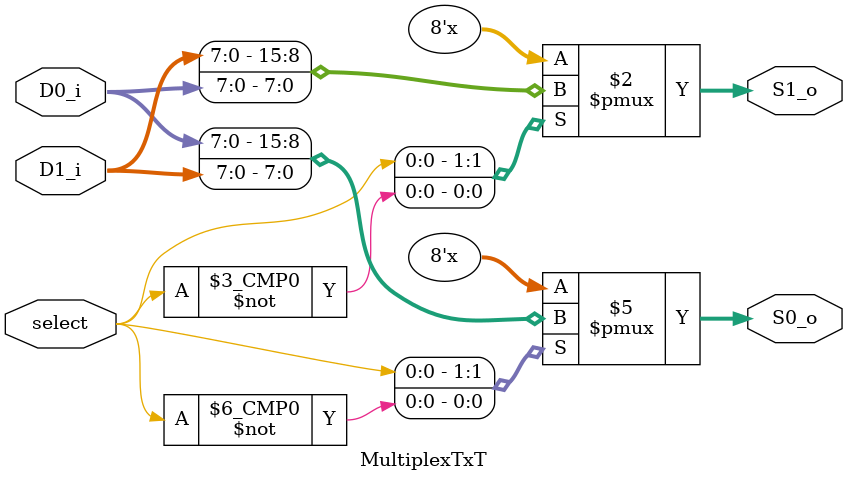
<source format=v>
`timescale 1ns / 1ps


module MultiplexTxT
    # (parameter W = 8) //Ignore this value, just for reference on the instantiation
    (
    input wire select,
    input wire [W-1:0] D0_i,
    input wire [W-1:0] D1_i,
    output reg [W-1:0] S0_o,
    output reg [W-1:0] S1_o
    );
    
    always @(select, D0_i, D1_i)
        case(select) 
       1'b1: begin
            S0_o <= D0_i;
            S1_o <= D1_i;
        end
       
       1'b0: begin
            S0_o <= D1_i;
            S1_o <= D0_i;
        end
        endcase
endmodule

</source>
